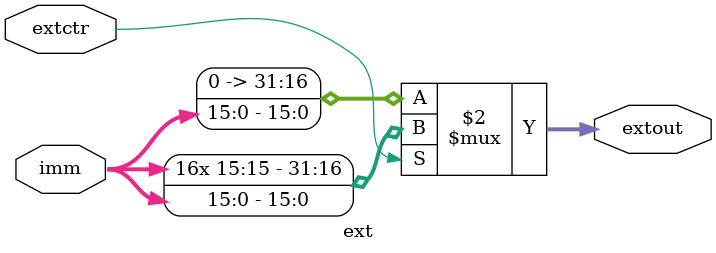
<source format=v>
`timescale 1ns / 1ps
module ext(
    input [15:0] imm,
    input extctr,
    output [31:0] extout
    );
	assign extout = (extctr==0)?{16'b0, imm}:{{16{imm[15]}}, imm};

endmodule

</source>
